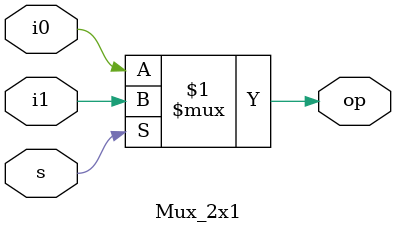
<source format=v>
`timescale 1ns / 1ps


module Mux_2x1(input i0,input i1,input s,output op);
assign op = s ? i1:i0;
endmodule

</source>
